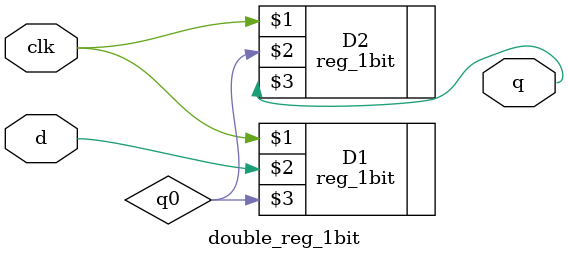
<source format=v>

module double_reg_1bit (clk, d, q);
input clk, d;
output q;

wire q0;

reg_1bit D1 (clk, d, q0);
reg_1bit D2 (clk, q0, q);

endmodule 
</source>
